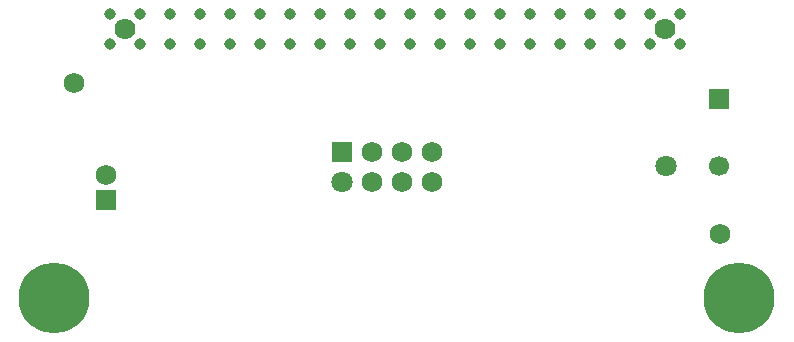
<source format=gbr>
%TF.GenerationSoftware,KiCad,Pcbnew,8.0.1*%
%TF.CreationDate,2024-04-10T20:13:32+08:00*%
%TF.ProjectId,Photon_Power_Zero_PCB_r1_01,50686f74-6f6e-45f5-906f-7765725f5a65,rev?*%
%TF.SameCoordinates,Original*%
%TF.FileFunction,Soldermask,Bot*%
%TF.FilePolarity,Negative*%
%FSLAX46Y46*%
G04 Gerber Fmt 4.6, Leading zero omitted, Abs format (unit mm)*
G04 Created by KiCad (PCBNEW 8.0.1) date 2024-04-10 20:13:32*
%MOMM*%
%LPD*%
G01*
G04 APERTURE LIST*
%ADD10C,1.750000*%
%ADD11C,1.700000*%
%ADD12C,1.800000*%
%ADD13C,6.000000*%
%ADD14C,0.970000*%
%ADD15C,1.780000*%
%ADD16R,1.800000X1.800000*%
G04 APERTURE END LIST*
D10*
%TO.C,*%
X166890000Y-90560000D03*
%TD*%
D11*
%TO.C,J3*%
X191200000Y-91770000D03*
D12*
X186700000Y-91770000D03*
%TD*%
D13*
%TO.C,REF\u002A\u002A*%
X134910000Y-102950000D03*
X192910000Y-102950000D03*
D14*
X139610000Y-81390000D03*
X142150000Y-81390000D03*
X144690000Y-81390000D03*
X147230000Y-81390000D03*
X149770000Y-81390000D03*
X152310000Y-81390000D03*
X154850000Y-81390000D03*
X157390000Y-81390000D03*
X159930000Y-81390000D03*
X162470000Y-81390000D03*
X165010000Y-81390000D03*
X167550000Y-81390000D03*
X170090000Y-81390000D03*
X172630000Y-81390000D03*
X175170000Y-81390000D03*
X177710000Y-81390000D03*
X180250000Y-81390000D03*
X182790000Y-81390000D03*
X185330000Y-81390000D03*
X187870000Y-81390000D03*
D15*
X140880000Y-80120000D03*
X186600000Y-80120000D03*
D14*
X139610000Y-78850000D03*
X142150000Y-78850000D03*
X144690000Y-78850000D03*
X147230000Y-78850000D03*
X149770000Y-78850000D03*
X152310000Y-78850000D03*
X154850000Y-78850000D03*
X157390000Y-78850000D03*
X159930000Y-78850000D03*
X162470000Y-78850000D03*
X165010000Y-78850000D03*
X167550000Y-78850000D03*
X170090000Y-78850000D03*
X172630000Y-78850000D03*
X175170000Y-78850000D03*
X177710000Y-78850000D03*
X180250000Y-78850000D03*
X182790000Y-78850000D03*
X185330000Y-78850000D03*
X187870000Y-78850000D03*
%TD*%
D10*
%TO.C,*%
X164350000Y-93100000D03*
%TD*%
%TO.C,*%
X166890000Y-93100000D03*
%TD*%
%TO.C,*%
X139300000Y-92530000D03*
%TD*%
%TO.C,*%
X161810000Y-93100000D03*
%TD*%
%TO.C,*%
X164350000Y-90560000D03*
%TD*%
%TO.C,*%
X161810000Y-90560000D03*
%TD*%
%TO.C,*%
X136550000Y-84685000D03*
%TD*%
D16*
%TO.C,*%
X139290000Y-94630000D03*
%TD*%
D10*
%TO.C,*%
X191260000Y-97500000D03*
%TD*%
D16*
%TO.C,REF\u002A\u002A*%
X191210000Y-86070000D03*
%TD*%
%TO.C,REF\u002A\u002A*%
X159270000Y-90560000D03*
%TD*%
D12*
%TO.C,REF\u002A\u002A*%
X159280000Y-93110000D03*
%TD*%
M02*

</source>
